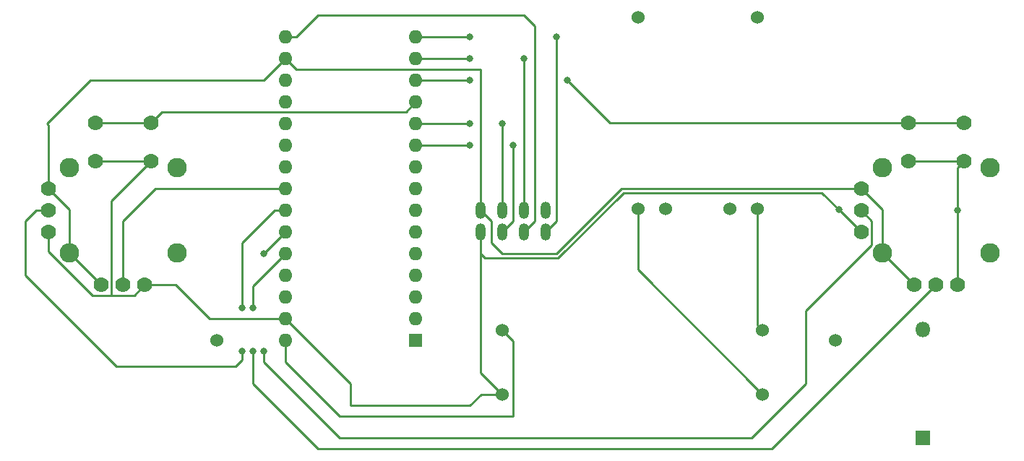
<source format=gbr>
%TF.GenerationSoftware,KiCad,Pcbnew,5.1.6-c6e7f7d~87~ubuntu18.04.1*%
%TF.CreationDate,2020-09-20T23:53:53-07:00*%
%TF.ProjectId,cad,6361642e-6b69-4636-9164-5f7063625858,rev?*%
%TF.SameCoordinates,Original*%
%TF.FileFunction,Copper,L1,Top*%
%TF.FilePolarity,Positive*%
%FSLAX46Y46*%
G04 Gerber Fmt 4.6, Leading zero omitted, Abs format (unit mm)*
G04 Created by KiCad (PCBNEW 5.1.6-c6e7f7d~87~ubuntu18.04.1) date 2020-09-20 23:53:53*
%MOMM*%
%LPD*%
G01*
G04 APERTURE LIST*
%TA.AperFunction,ComponentPad*%
%ADD10O,1.800000X1.800000*%
%TD*%
%TA.AperFunction,ComponentPad*%
%ADD11R,1.800000X1.800000*%
%TD*%
%TA.AperFunction,ComponentPad*%
%ADD12C,1.524000*%
%TD*%
%TA.AperFunction,ComponentPad*%
%ADD13O,1.200000X2.000000*%
%TD*%
%TA.AperFunction,ComponentPad*%
%ADD14O,1.600000X1.600000*%
%TD*%
%TA.AperFunction,ComponentPad*%
%ADD15R,1.600000X1.600000*%
%TD*%
%TA.AperFunction,ComponentPad*%
%ADD16C,1.778000*%
%TD*%
%TA.AperFunction,ComponentPad*%
%ADD17C,2.286000*%
%TD*%
%TA.AperFunction,ViaPad*%
%ADD18C,0.800000*%
%TD*%
%TA.AperFunction,Conductor*%
%ADD19C,0.250000*%
%TD*%
G04 APERTURE END LIST*
D10*
%TO.P,D1,2*%
%TO.N,Net-(D1-Pad2)*%
X200406000Y-113030000D03*
D11*
%TO.P,D1,1*%
%TO.N,Net-(D1-Pad1)*%
X200406000Y-125730000D03*
%TD*%
D12*
%TO.P,U4,2*%
%TO.N,Net-(D1-Pad2)*%
X190174000Y-114300000D03*
%TO.P,U4,1*%
%TO.N,Net-(U2-Pad5)*%
X117674000Y-114300000D03*
%TD*%
D13*
%TO.P,U1,7*%
%TO.N,Net-(A1-Pad15)*%
X156210000Y-101600000D03*
%TO.P,U1,8*%
%TO.N,Net-(U1-Pad8)*%
X156210000Y-99060000D03*
%TO.P,U1,5*%
%TO.N,Net-(A1-Pad16)*%
X153670000Y-101600000D03*
%TO.P,U1,6*%
%TO.N,Net-(A1-Pad14)*%
X153670000Y-99060000D03*
%TO.P,U1,3*%
%TO.N,Net-(A1-Pad10)*%
X151130000Y-101600000D03*
%TO.P,U1,4*%
%TO.N,Net-(A1-Pad11)*%
X151130000Y-99060000D03*
%TO.P,U1,1*%
%TO.N,Net-(A1-Pad29)*%
X148590000Y-101600000D03*
%TO.P,U1,2*%
%TO.N,Net-(A1-Pad17)*%
X148590000Y-99060000D03*
%TD*%
D12*
%TO.P,U3,4*%
%TO.N,Net-(A1-Pad29)*%
X151120000Y-120590000D03*
%TO.P,U3,3*%
%TO.N,Net-(A1-Pad30)*%
X151120000Y-113090000D03*
%TO.P,U3,2*%
%TO.N,Net-(U2-Pad6)*%
X181620000Y-120590000D03*
%TO.P,U3,1*%
%TO.N,Net-(U2-Pad3)*%
X181620000Y-113090000D03*
%TD*%
%TO.P,U2,5*%
%TO.N,Net-(U2-Pad5)*%
X170240000Y-98900000D03*
%TO.P,U2,6*%
%TO.N,Net-(U2-Pad6)*%
X166990000Y-98900000D03*
%TO.P,U2,4*%
%TO.N,Net-(D1-Pad1)*%
X177740000Y-98900000D03*
%TO.P,U2,3*%
%TO.N,Net-(U2-Pad3)*%
X180990000Y-98900000D03*
%TO.P,U2,2*%
%TO.N,Net-(U2-Pad2)*%
X180990000Y-76400000D03*
%TO.P,U2,1*%
%TO.N,Net-(U2-Pad1)*%
X166990000Y-76400000D03*
%TD*%
D14*
%TO.P,A1,16*%
%TO.N,Net-(A1-Pad16)*%
X125730000Y-78740000D03*
%TO.P,A1,15*%
%TO.N,Net-(A1-Pad15)*%
X140970000Y-78740000D03*
%TO.P,A1,30*%
%TO.N,Net-(A1-Pad30)*%
X125730000Y-114300000D03*
%TO.P,A1,14*%
%TO.N,Net-(A1-Pad14)*%
X140970000Y-81280000D03*
%TO.P,A1,29*%
%TO.N,Net-(A1-Pad29)*%
X125730000Y-111760000D03*
%TO.P,A1,13*%
%TO.N,Net-(A1-Pad13)*%
X140970000Y-83820000D03*
%TO.P,A1,28*%
%TO.N,Net-(A1-Pad28)*%
X125730000Y-109220000D03*
%TO.P,A1,12*%
%TO.N,Net-(A1-Pad12)*%
X140970000Y-86360000D03*
%TO.P,A1,27*%
%TO.N,Net-(A1-Pad27)*%
X125730000Y-106680000D03*
%TO.P,A1,11*%
%TO.N,Net-(A1-Pad11)*%
X140970000Y-88900000D03*
%TO.P,A1,26*%
%TO.N,Net-(A1-Pad26)*%
X125730000Y-104140000D03*
%TO.P,A1,10*%
%TO.N,Net-(A1-Pad10)*%
X140970000Y-91440000D03*
%TO.P,A1,25*%
%TO.N,Net-(A1-Pad25)*%
X125730000Y-101600000D03*
%TO.P,A1,9*%
%TO.N,Net-(A1-Pad9)*%
X140970000Y-93980000D03*
%TO.P,A1,24*%
%TO.N,Net-(A1-Pad24)*%
X125730000Y-99060000D03*
%TO.P,A1,8*%
%TO.N,Net-(A1-Pad8)*%
X140970000Y-96520000D03*
%TO.P,A1,23*%
%TO.N,Net-(A1-Pad23)*%
X125730000Y-96520000D03*
%TO.P,A1,7*%
%TO.N,Net-(A1-Pad7)*%
X140970000Y-99060000D03*
%TO.P,A1,22*%
%TO.N,Net-(A1-Pad22)*%
X125730000Y-93980000D03*
%TO.P,A1,6*%
%TO.N,Net-(A1-Pad6)*%
X140970000Y-101600000D03*
%TO.P,A1,21*%
%TO.N,Net-(A1-Pad21)*%
X125730000Y-91440000D03*
%TO.P,A1,5*%
%TO.N,Net-(A1-Pad5)*%
X140970000Y-104140000D03*
%TO.P,A1,20*%
%TO.N,Net-(A1-Pad20)*%
X125730000Y-88900000D03*
%TO.P,A1,4*%
%TO.N,Net-(A1-Pad4)*%
X140970000Y-106680000D03*
%TO.P,A1,19*%
%TO.N,Net-(A1-Pad19)*%
X125730000Y-86360000D03*
%TO.P,A1,3*%
%TO.N,Net-(A1-Pad3)*%
X140970000Y-109220000D03*
%TO.P,A1,18*%
%TO.N,Net-(A1-Pad18)*%
X125730000Y-83820000D03*
%TO.P,A1,2*%
%TO.N,Net-(A1-Pad2)*%
X140970000Y-111760000D03*
%TO.P,A1,17*%
%TO.N,Net-(A1-Pad17)*%
X125730000Y-81280000D03*
D15*
%TO.P,A1,1*%
%TO.N,Net-(A1-Pad1)*%
X140970000Y-114300000D03*
%TD*%
D16*
%TO.P,J1,4*%
%TO.N,Net-(A1-Pad29)*%
X97950000Y-101610000D03*
%TO.P,J1,1*%
%TO.N,Net-(A1-Pad24)*%
X97950000Y-99060000D03*
%TO.P,J1,0*%
%TO.N,Net-(A1-Pad17)*%
X97948000Y-96510000D03*
D17*
%TO.P,J1,MOUN*%
%TO.N,N/C*%
X113005000Y-94060000D03*
X113005000Y-104060000D03*
%TO.P,J1,0*%
%TO.N,Net-(A1-Pad17)*%
X100355000Y-104060000D03*
%TO.P,J1,MOUN*%
%TO.N,N/C*%
X100355000Y-94060000D03*
D16*
%TO.P,J1,4*%
%TO.N,Net-(A1-Pad29)*%
X109230000Y-107790000D03*
%TO.P,J1,2*%
%TO.N,Net-(A1-Pad23)*%
X106680000Y-107790000D03*
%TO.P,J1,0*%
%TO.N,Net-(A1-Pad17)*%
X104130000Y-107790000D03*
%TO.P,J1,4*%
%TO.N,Net-(A1-Pad29)*%
X109930000Y-93310000D03*
X103430000Y-93310000D03*
%TO.P,J1,3*%
%TO.N,Net-(A1-Pad12)*%
X109930000Y-88810000D03*
X103430000Y-88810000D03*
%TD*%
%TO.P,J2,4*%
%TO.N,Net-(A1-Pad29)*%
X193200000Y-101610000D03*
%TO.P,J2,1*%
%TO.N,Net-(A1-Pad25)*%
X193200000Y-99060000D03*
%TO.P,J2,0*%
%TO.N,Net-(A1-Pad17)*%
X193198000Y-96510000D03*
D17*
%TO.P,J2,MOUN*%
%TO.N,N/C*%
X208255000Y-94060000D03*
X208255000Y-104060000D03*
%TO.P,J2,0*%
%TO.N,Net-(A1-Pad17)*%
X195605000Y-104060000D03*
%TO.P,J2,MOUN*%
%TO.N,N/C*%
X195605000Y-94060000D03*
D16*
%TO.P,J2,4*%
%TO.N,Net-(A1-Pad29)*%
X204480000Y-107790000D03*
%TO.P,J2,2*%
%TO.N,Net-(A1-Pad26)*%
X201930000Y-107790000D03*
%TO.P,J2,0*%
%TO.N,Net-(A1-Pad17)*%
X199380000Y-107790000D03*
%TO.P,J2,4*%
%TO.N,Net-(A1-Pad29)*%
X205180000Y-93310000D03*
X198680000Y-93310000D03*
%TO.P,J2,3*%
%TO.N,Net-(A1-Pad13)*%
X205180000Y-88810000D03*
X198680000Y-88810000D03*
%TD*%
D18*
%TO.N,Net-(A1-Pad15)*%
X157480000Y-78740000D03*
X147320000Y-78740000D03*
%TO.N,Net-(A1-Pad14)*%
X153670000Y-81280000D03*
X147320000Y-81280000D03*
%TO.N,Net-(A1-Pad29)*%
X190575000Y-98985000D03*
X204480000Y-99050000D03*
%TO.N,Net-(A1-Pad13)*%
X158750000Y-83820000D03*
X147320000Y-83820000D03*
%TO.N,Net-(A1-Pad11)*%
X147320000Y-88900000D03*
X151130000Y-88900000D03*
%TO.N,Net-(A1-Pad26)*%
X121920000Y-115570000D03*
X121920000Y-110490000D03*
%TO.N,Net-(A1-Pad10)*%
X147320000Y-91440000D03*
X152400000Y-91440000D03*
%TO.N,Net-(A1-Pad25)*%
X123190000Y-104140000D03*
X123190000Y-115570000D03*
%TO.N,Net-(A1-Pad24)*%
X120650000Y-110490000D03*
X120650000Y-115570000D03*
%TD*%
D19*
%TO.N,Net-(A1-Pad16)*%
X153670000Y-101600000D02*
X154940000Y-100330000D01*
X154940000Y-100330000D02*
X154940000Y-86360000D01*
X154940000Y-86360000D02*
X154940000Y-78740000D01*
X154940000Y-78740000D02*
X154940000Y-77470000D01*
X154940000Y-77470000D02*
X153670000Y-76200000D01*
X125730000Y-78740000D02*
X127000000Y-78740000D01*
X127000000Y-78740000D02*
X129540000Y-76200000D01*
X129540000Y-76200000D02*
X153670000Y-76200000D01*
%TO.N,Net-(A1-Pad15)*%
X156210000Y-101600000D02*
X157480000Y-100330000D01*
X157480000Y-100330000D02*
X157480000Y-95250000D01*
X157480000Y-95250000D02*
X157480000Y-78740000D01*
X140970000Y-78740000D02*
X147320000Y-78740000D01*
X157480000Y-78740000D02*
X157480000Y-78740000D01*
X147320000Y-78740000D02*
X147320000Y-78740000D01*
%TO.N,Net-(A1-Pad30)*%
X132080000Y-123190000D02*
X125730000Y-116840000D01*
X125730000Y-114300000D02*
X125730000Y-116840000D01*
X132080000Y-123190000D02*
X152400000Y-123190000D01*
X152400000Y-114370000D02*
X151120000Y-113090000D01*
X152400000Y-123190000D02*
X152400000Y-114370000D01*
%TO.N,Net-(A1-Pad14)*%
X153670000Y-99060000D02*
X153670000Y-81280000D01*
X140970000Y-81280000D02*
X147320000Y-81280000D01*
X153670000Y-81280000D02*
X153670000Y-81280000D01*
X147320000Y-81280000D02*
X147320000Y-81280000D01*
%TO.N,Net-(A1-Pad29)*%
X97950000Y-103827642D02*
X103126359Y-109004001D01*
X108015999Y-109004001D02*
X109230000Y-107790000D01*
X97950000Y-101610000D02*
X97950000Y-103827642D01*
X109930000Y-93310000D02*
X103430000Y-93310000D01*
X198680000Y-93310000D02*
X205180000Y-93310000D01*
X204480000Y-94010000D02*
X205180000Y-93310000D01*
X204480000Y-107790000D02*
X204480000Y-99050000D01*
X133350000Y-121920000D02*
X147320000Y-121920000D01*
X109230000Y-107790000D02*
X112870000Y-107790000D01*
X112870000Y-107790000D02*
X113030000Y-107950000D01*
X105344001Y-108854001D02*
X105194001Y-109004001D01*
X105344001Y-97895999D02*
X105344001Y-108854001D01*
X109930000Y-93310000D02*
X105344001Y-97895999D01*
X103126359Y-109004001D02*
X105194001Y-109004001D01*
X105194001Y-109004001D02*
X108015999Y-109004001D01*
X125730000Y-111760000D02*
X116840000Y-111760000D01*
X116840000Y-111760000D02*
X113030000Y-107950000D01*
X133350000Y-119380000D02*
X133350000Y-121920000D01*
X125730000Y-111760000D02*
X133350000Y-119380000D01*
X149040009Y-104590009D02*
X148590000Y-104140000D01*
X148590000Y-101600000D02*
X148590000Y-104140000D01*
X193200000Y-101610000D02*
X190575000Y-98985000D01*
X188550010Y-96960010D02*
X165296400Y-96960010D01*
X165296400Y-96960010D02*
X157666401Y-104590009D01*
X157666401Y-104590009D02*
X149040009Y-104590009D01*
X148590000Y-118060000D02*
X151120000Y-120590000D01*
X148590000Y-104140000D02*
X148590000Y-118060000D01*
X151120000Y-120590000D02*
X148650000Y-120590000D01*
X148650000Y-120590000D02*
X147320000Y-121920000D01*
X190575000Y-98985000D02*
X188550010Y-96960010D01*
X204480000Y-99050000D02*
X204480000Y-94010000D01*
%TO.N,Net-(A1-Pad13)*%
X205180000Y-88810000D02*
X198680000Y-88810000D01*
X140970000Y-83820000D02*
X147320000Y-83820000D01*
X198680000Y-88810000D02*
X163740000Y-88810000D01*
X163740000Y-88810000D02*
X158750000Y-83820000D01*
X158750000Y-83820000D02*
X158750000Y-83820000D01*
X147320000Y-83820000D02*
X147320000Y-83820000D01*
%TO.N,Net-(A1-Pad12)*%
X103430000Y-88810000D02*
X109930000Y-88810000D01*
X139844999Y-87485001D02*
X140970000Y-86360000D01*
X111254999Y-87485001D02*
X139844999Y-87485001D01*
X109930000Y-88810000D02*
X111254999Y-87485001D01*
%TO.N,Net-(A1-Pad11)*%
X140970000Y-88900000D02*
X147320000Y-88900000D01*
X151130000Y-99060000D02*
X151130000Y-88900000D01*
X147320000Y-88900000D02*
X147320000Y-88900000D01*
X151130000Y-88900000D02*
X151130000Y-88900000D01*
%TO.N,Net-(A1-Pad26)*%
X201930000Y-107790000D02*
X182720000Y-127000000D01*
X182720000Y-127000000D02*
X129540000Y-127000000D01*
X129540000Y-127000000D02*
X121920000Y-119380000D01*
X121920000Y-119380000D02*
X121920000Y-115570000D01*
X121920000Y-107950000D02*
X121920000Y-110490000D01*
X121920000Y-115570000D02*
X121920000Y-115570000D01*
X121920000Y-107950000D02*
X125730000Y-104140000D01*
%TO.N,Net-(A1-Pad10)*%
X151130000Y-101600000D02*
X152400000Y-100330000D01*
X152400000Y-100330000D02*
X152400000Y-92710000D01*
X152400000Y-92710000D02*
X152400000Y-91440000D01*
X140970000Y-91440000D02*
X147320000Y-91440000D01*
X147320000Y-91440000D02*
X147320000Y-91440000D01*
X152400000Y-91440000D02*
X152400000Y-91440000D01*
%TO.N,Net-(A1-Pad25)*%
X193200000Y-99060000D02*
X194414001Y-100274001D01*
X194414001Y-103078357D02*
X186690000Y-110802358D01*
X194414001Y-100274001D02*
X194414001Y-103078357D01*
X186690000Y-110802358D02*
X186690000Y-119380000D01*
X186690000Y-119380000D02*
X184392999Y-121677001D01*
X184392999Y-121677001D02*
X181610000Y-124460000D01*
X181610000Y-124460000D02*
X180340000Y-125730000D01*
X180340000Y-125730000D02*
X132080000Y-125730000D01*
X132080000Y-125730000D02*
X125730000Y-119380000D01*
X125730000Y-119380000D02*
X123190000Y-116840000D01*
X123190000Y-116840000D02*
X123190000Y-115570000D01*
X123190000Y-115570000D02*
X123190000Y-115570000D01*
X123190000Y-104140000D02*
X125730000Y-101600000D01*
%TO.N,Net-(A1-Pad24)*%
X120650000Y-102870000D02*
X120650000Y-110490000D01*
X120650000Y-115570000D02*
X120650000Y-115570000D01*
X120650000Y-102870000D02*
X124460000Y-99060000D01*
X124460000Y-99060000D02*
X125730000Y-99060000D01*
X96520000Y-99060000D02*
X97950000Y-99060000D01*
X120650000Y-116586000D02*
X119888000Y-117348000D01*
X120650000Y-115570000D02*
X120650000Y-116586000D01*
X119888000Y-117348000D02*
X105918000Y-117348000D01*
X105918000Y-117348000D02*
X95250000Y-106680000D01*
X95250000Y-100330000D02*
X96520000Y-99060000D01*
X95250000Y-106680000D02*
X95250000Y-100330000D01*
%TO.N,Net-(A1-Pad23)*%
X107950000Y-99060000D02*
X106680000Y-100330000D01*
X106680000Y-100330000D02*
X106680000Y-107790000D01*
X125730000Y-96520000D02*
X110490000Y-96520000D01*
X110490000Y-96520000D02*
X107950000Y-99060000D01*
%TO.N,Net-(A1-Pad17)*%
X195605000Y-98917000D02*
X195605000Y-104060000D01*
X193198000Y-96510000D02*
X195605000Y-98917000D01*
X199335000Y-107790000D02*
X199380000Y-107790000D01*
X195605000Y-104060000D02*
X199335000Y-107790000D01*
X102870000Y-83820000D02*
X97790000Y-88900000D01*
X97948000Y-89058000D02*
X97948000Y-96510000D01*
X97790000Y-88900000D02*
X97948000Y-89058000D01*
X100400000Y-104060000D02*
X100355000Y-104060000D01*
X104130000Y-107790000D02*
X100400000Y-104060000D01*
X100355000Y-98917000D02*
X100355000Y-104060000D01*
X97948000Y-96510000D02*
X100355000Y-98917000D01*
X165110000Y-96510000D02*
X193198000Y-96510000D01*
X157480000Y-104140000D02*
X165110000Y-96510000D01*
X151130000Y-104140000D02*
X157480000Y-104140000D01*
X123190000Y-83820000D02*
X125730000Y-81280000D01*
X102870000Y-83820000D02*
X123190000Y-83820000D01*
X151130000Y-104140000D02*
X149860000Y-102870000D01*
X149860000Y-100330000D02*
X148590000Y-99060000D01*
X149860000Y-102870000D02*
X149860000Y-100330000D01*
X148590000Y-99060000D02*
X148590000Y-82550000D01*
X127000000Y-82550000D02*
X125730000Y-81280000D01*
X148590000Y-82550000D02*
X127000000Y-82550000D01*
%TO.N,Net-(U2-Pad3)*%
X180990000Y-112460000D02*
X181620000Y-113090000D01*
X180990000Y-98900000D02*
X180990000Y-112460000D01*
%TO.N,Net-(U2-Pad6)*%
X167430000Y-98900000D02*
X166990000Y-98900000D01*
X166990000Y-105960000D02*
X181620000Y-120590000D01*
X166990000Y-98900000D02*
X166990000Y-105960000D01*
%TD*%
M02*

</source>
